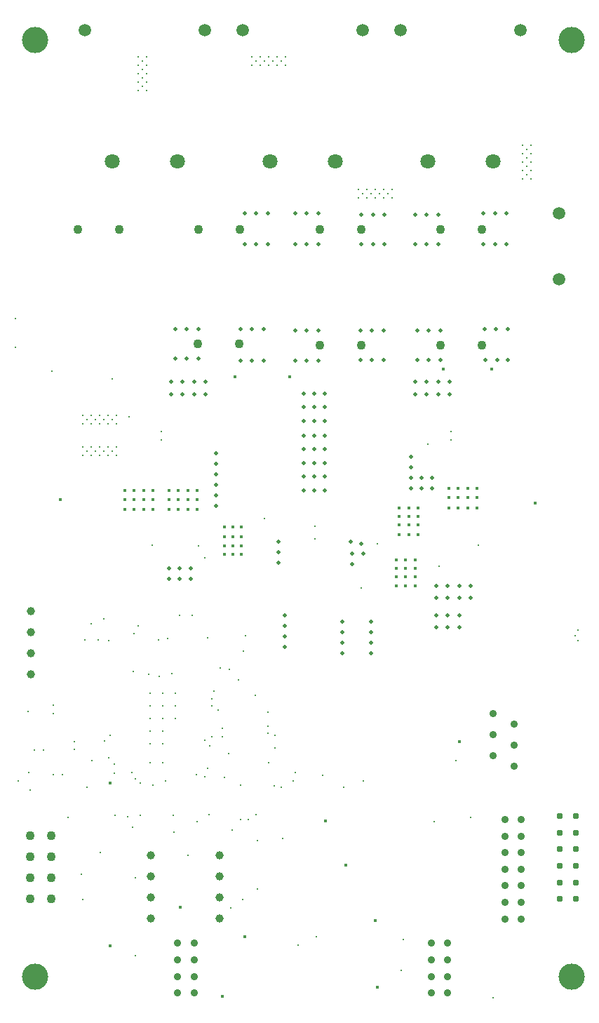
<source format=gbr>
%TF.GenerationSoftware,Altium Limited,Altium Designer,20.0.9 (164)*%
G04 Layer_Color=0*
%FSLAX26Y26*%
%MOIN*%
%TF.FileFunction,Plated,1,6,PTH,Drill*%
%TF.Part,Single*%
G01*
G75*
%TA.AperFunction,ComponentDrill*%
%ADD263C,0.059055*%
%ADD264C,0.015000*%
%ADD265C,0.035000*%
%ADD266C,0.070866*%
%ADD267C,0.043307*%
%ADD268C,0.043307*%
%ADD269C,0.125000*%
%ADD270C,0.031000*%
%ADD271C,0.039000*%
%TA.AperFunction,ViaDrill,NotFilled*%
%ADD272C,0.010000*%
%ADD273C,0.015000*%
%ADD274C,0.020000*%
D263*
X2663504Y3487520D02*
D03*
Y3802480D02*
D03*
X2480433Y4670000D02*
D03*
X1909567D02*
D03*
X1730433D02*
D03*
X1159567D02*
D03*
X980433D02*
D03*
X409567D02*
D03*
D264*
X1065000Y80000D02*
D03*
X1800000Y125000D02*
D03*
X530000Y1095000D02*
D03*
D265*
X850630Y96890D02*
D03*
Y175630D02*
D03*
Y254370D02*
D03*
Y333110D02*
D03*
X929370D02*
D03*
Y254370D02*
D03*
Y175630D02*
D03*
Y96890D02*
D03*
X2055630D02*
D03*
Y175630D02*
D03*
X2134370D02*
D03*
Y96890D02*
D03*
Y254370D02*
D03*
Y333110D02*
D03*
X2055630D02*
D03*
Y254370D02*
D03*
X2405630Y448779D02*
D03*
X2484370D02*
D03*
Y527520D02*
D03*
Y606260D02*
D03*
X2405630D02*
D03*
Y527520D02*
D03*
Y685000D02*
D03*
Y763740D02*
D03*
X2484370D02*
D03*
Y685000D02*
D03*
Y842480D02*
D03*
Y921221D02*
D03*
X2405630D02*
D03*
Y842480D02*
D03*
X2450000Y1175000D02*
D03*
Y1275000D02*
D03*
X2350000Y1325000D02*
D03*
Y1225000D02*
D03*
Y1425000D02*
D03*
X2450000Y1375000D02*
D03*
D266*
X2350512Y4047953D02*
D03*
X2039488D02*
D03*
X1600512D02*
D03*
X1289488D02*
D03*
X850512D02*
D03*
X539488D02*
D03*
D267*
X2298425Y3175000D02*
D03*
Y3725000D02*
D03*
X2101575D02*
D03*
Y3175000D02*
D03*
X1723425Y3725000D02*
D03*
X1526575D02*
D03*
Y3175000D02*
D03*
X1723425D02*
D03*
X1148425Y3725000D02*
D03*
X951575D02*
D03*
X946575Y3180000D02*
D03*
X1143425D02*
D03*
X573425Y3725000D02*
D03*
X376575D02*
D03*
D268*
X150000Y545000D02*
D03*
Y645000D02*
D03*
Y745000D02*
D03*
Y845000D02*
D03*
X250000D02*
D03*
Y745000D02*
D03*
Y645000D02*
D03*
Y545000D02*
D03*
D269*
X175000Y175000D02*
D03*
X2725000D02*
D03*
Y4625000D02*
D03*
X175000D02*
D03*
D270*
X2665630Y543150D02*
D03*
X2744370D02*
D03*
Y621890D02*
D03*
X2665630D02*
D03*
Y700630D02*
D03*
X2744370D02*
D03*
Y779370D02*
D03*
X2665630D02*
D03*
Y858110D02*
D03*
X2744370D02*
D03*
Y936850D02*
D03*
X2665630D02*
D03*
D271*
X725000Y450000D02*
D03*
X1050000D02*
D03*
Y550000D02*
D03*
Y650000D02*
D03*
Y750000D02*
D03*
X725000D02*
D03*
Y650000D02*
D03*
Y550000D02*
D03*
X155000Y1610000D02*
D03*
Y1710000D02*
D03*
Y1810000D02*
D03*
Y1910000D02*
D03*
D272*
X650000Y275000D02*
D03*
X1105000Y500000D02*
D03*
X1425000Y325000D02*
D03*
X1510000Y365000D02*
D03*
X1925000Y350000D02*
D03*
X1915000Y205000D02*
D03*
X2350000Y75000D02*
D03*
X2245000Y930000D02*
D03*
X2175000Y1200000D02*
D03*
X2755000Y1770000D02*
D03*
X2740000Y1795000D02*
D03*
X2755000Y1820000D02*
D03*
X2280000Y2225000D02*
D03*
X2150000Y2725000D02*
D03*
Y2765000D02*
D03*
X2040000Y2705000D02*
D03*
X1800000Y2230000D02*
D03*
X2095000Y2125000D02*
D03*
X1505000Y2255000D02*
D03*
Y2315000D02*
D03*
X1725000Y2020000D02*
D03*
X1265000Y2350000D02*
D03*
X950000Y2220000D02*
D03*
X980000Y2165000D02*
D03*
X920000Y1890000D02*
D03*
X995000Y1785000D02*
D03*
X1175000Y1795000D02*
D03*
X1165000Y1720000D02*
D03*
X1095500Y1634500D02*
D03*
X1052500Y1642500D02*
D03*
X1025000Y1530000D02*
D03*
X1015000Y1495000D02*
D03*
Y1460000D02*
D03*
X1045000Y1440000D02*
D03*
X1065000Y1355000D02*
D03*
X1280000Y1365000D02*
D03*
Y1430000D02*
D03*
X1220000Y1510000D02*
D03*
X1140000Y1585000D02*
D03*
X1065000Y1315000D02*
D03*
X1015000D02*
D03*
X982000Y1297000D02*
D03*
X1005000Y1270000D02*
D03*
X995000Y1165000D02*
D03*
X980000Y1125000D02*
D03*
X940000Y1135000D02*
D03*
X1075000Y1120000D02*
D03*
X1150000Y1085000D02*
D03*
X1310000Y1080000D02*
D03*
X1285000Y1190000D02*
D03*
X1315000Y1260000D02*
D03*
Y1320000D02*
D03*
X1280000Y1330000D02*
D03*
X1095000Y1235000D02*
D03*
X1000000Y945000D02*
D03*
X1225000D02*
D03*
X1187412Y920000D02*
D03*
X1150000D02*
D03*
X1110000Y870000D02*
D03*
X1230000Y820000D02*
D03*
Y590000D02*
D03*
X1160000Y540000D02*
D03*
X945000Y910000D02*
D03*
X1350000Y829252D02*
D03*
X2070000Y910000D02*
D03*
X1735000Y1105000D02*
D03*
X1640000Y1075000D02*
D03*
X1540000Y1130000D02*
D03*
X1410000Y1145000D02*
D03*
X1400000Y1105000D02*
D03*
X1345000Y1075000D02*
D03*
X805000Y1780000D02*
D03*
X860000Y1890000D02*
D03*
X665000Y1840000D02*
D03*
X645000Y1805000D02*
D03*
X500000Y1875000D02*
D03*
X525000Y1770000D02*
D03*
X760000Y1775000D02*
D03*
X765000Y1600000D02*
D03*
X715000Y1610000D02*
D03*
X640000Y1625000D02*
D03*
X720000Y1520000D02*
D03*
X780000D02*
D03*
X840000D02*
D03*
Y1460000D02*
D03*
Y1400000D02*
D03*
X780000D02*
D03*
X720000D02*
D03*
Y1460000D02*
D03*
X780000D02*
D03*
X825000Y1615000D02*
D03*
X780000Y1340000D02*
D03*
Y1280000D02*
D03*
X720000D02*
D03*
Y1340000D02*
D03*
Y1190000D02*
D03*
X780000D02*
D03*
X795000Y1105000D02*
D03*
X735000Y1085000D02*
D03*
X675000Y1095000D02*
D03*
X650000Y1115000D02*
D03*
X635000Y1145000D02*
D03*
X550000Y1140000D02*
D03*
Y1185000D02*
D03*
X525000Y1215000D02*
D03*
X505000Y1295000D02*
D03*
X530000Y1320000D02*
D03*
X555000Y940000D02*
D03*
X615000Y935000D02*
D03*
X675000Y940000D02*
D03*
X830000D02*
D03*
X835000Y860000D02*
D03*
X900000Y750000D02*
D03*
X650000Y645000D02*
D03*
X638453Y885748D02*
D03*
X485000Y765000D02*
D03*
X420000Y1075000D02*
D03*
X445000Y1200000D02*
D03*
X360000Y1255000D02*
D03*
Y1290000D02*
D03*
X215000Y1250000D02*
D03*
X170000D02*
D03*
X145000Y1145000D02*
D03*
X150000Y1060000D02*
D03*
X95000Y1105000D02*
D03*
X260000Y1135000D02*
D03*
X305000D02*
D03*
X330000Y930000D02*
D03*
X395000Y660000D02*
D03*
X400000Y540000D02*
D03*
X260000Y1425000D02*
D03*
Y1465000D02*
D03*
X142000Y1435000D02*
D03*
X410000Y1775000D02*
D03*
X475000D02*
D03*
X440000Y1850000D02*
D03*
X730000Y2225000D02*
D03*
X775000Y2725000D02*
D03*
Y2765000D02*
D03*
X620000Y2835000D02*
D03*
X560000Y2840000D02*
D03*
Y2800000D02*
D03*
X540000Y2820000D02*
D03*
X520000Y2800000D02*
D03*
X500000Y2820000D02*
D03*
X520000Y2840000D02*
D03*
X480000D02*
D03*
Y2800000D02*
D03*
Y2690000D02*
D03*
Y2650000D02*
D03*
X520000D02*
D03*
X500000Y2670000D02*
D03*
X520000Y2690000D02*
D03*
X540000Y2670000D02*
D03*
X560000Y2650000D02*
D03*
Y2690000D02*
D03*
X540000Y3015000D02*
D03*
X255000Y3050000D02*
D03*
X80000Y3165000D02*
D03*
Y3300000D02*
D03*
X400000Y2840000D02*
D03*
X440000D02*
D03*
X460000Y2820000D02*
D03*
X420000D02*
D03*
X440000Y2800000D02*
D03*
X400000D02*
D03*
Y2690000D02*
D03*
X440000D02*
D03*
X420000Y2670000D02*
D03*
X440000Y2650000D02*
D03*
X400000D02*
D03*
X460000Y2670000D02*
D03*
X1710000Y3875000D02*
D03*
X1750000D02*
D03*
X1790000D02*
D03*
X1830000D02*
D03*
X1870000D02*
D03*
X2490000Y3965000D02*
D03*
Y4005000D02*
D03*
X2510000Y3985000D02*
D03*
X2530000Y4005000D02*
D03*
Y3965000D02*
D03*
Y4045000D02*
D03*
X2510000Y4025000D02*
D03*
X2490000Y4045000D02*
D03*
X2510000Y4065000D02*
D03*
X2530000Y4085000D02*
D03*
X2490000D02*
D03*
X2510000Y4105000D02*
D03*
X2530000Y4125000D02*
D03*
X2490000D02*
D03*
X1870000Y3915000D02*
D03*
X1830000D02*
D03*
X1790000D02*
D03*
X1750000D02*
D03*
X1770000Y3895000D02*
D03*
X1810000D02*
D03*
X1850000D02*
D03*
X1365000Y4505000D02*
D03*
X1325000D02*
D03*
X1345000Y4525000D02*
D03*
X1325000Y4545000D02*
D03*
X1365000D02*
D03*
X1710000Y3915000D02*
D03*
X1730000Y3895000D02*
D03*
X1305000Y4525000D02*
D03*
X1285000Y4545000D02*
D03*
Y4505000D02*
D03*
X1265000Y4525000D02*
D03*
X1245000Y4545000D02*
D03*
Y4505000D02*
D03*
X1225000Y4525000D02*
D03*
X1205000Y4545000D02*
D03*
Y4505000D02*
D03*
X705000D02*
D03*
Y4545000D02*
D03*
X685000Y4525000D02*
D03*
X665000Y4505000D02*
D03*
Y4545000D02*
D03*
Y4465000D02*
D03*
X685000Y4485000D02*
D03*
X705000Y4465000D02*
D03*
X685000Y4445000D02*
D03*
X665000Y4425000D02*
D03*
X705000D02*
D03*
X685000Y4405000D02*
D03*
X665000Y4385000D02*
D03*
X705000D02*
D03*
D273*
X530000Y320000D02*
D03*
X865000Y505000D02*
D03*
X1170000Y365000D02*
D03*
X1651000Y703000D02*
D03*
X1555000Y915000D02*
D03*
X1790000Y440000D02*
D03*
X2190000Y1290000D02*
D03*
X1980000Y2030000D02*
D03*
X1935000D02*
D03*
X1890000D02*
D03*
Y2075000D02*
D03*
Y2115000D02*
D03*
Y2155000D02*
D03*
X1935000D02*
D03*
Y2115000D02*
D03*
Y2075000D02*
D03*
X1980000D02*
D03*
Y2115000D02*
D03*
Y2155000D02*
D03*
X2185000Y2400000D02*
D03*
X2230000D02*
D03*
X2275000D02*
D03*
Y2450000D02*
D03*
Y2495000D02*
D03*
X2230000D02*
D03*
Y2450000D02*
D03*
X2185000D02*
D03*
Y2495000D02*
D03*
X2550000Y2425000D02*
D03*
X2140000Y2400000D02*
D03*
Y2450000D02*
D03*
Y2495000D02*
D03*
X1995000Y2400000D02*
D03*
Y2360000D02*
D03*
Y2320000D02*
D03*
Y2275000D02*
D03*
X1950000D02*
D03*
X1905000D02*
D03*
Y2320000D02*
D03*
Y2360000D02*
D03*
Y2400000D02*
D03*
X1950000D02*
D03*
Y2360000D02*
D03*
Y2320000D02*
D03*
X1385000Y3025000D02*
D03*
X2115000Y3060000D02*
D03*
X2345000D02*
D03*
X1125000Y3025000D02*
D03*
X945000Y2485000D02*
D03*
Y2440000D02*
D03*
Y2395000D02*
D03*
X1075000Y2310000D02*
D03*
X1115000D02*
D03*
X1155000D02*
D03*
Y2265000D02*
D03*
X1115000D02*
D03*
X1075000D02*
D03*
Y2220000D02*
D03*
X1115000D02*
D03*
X1155000D02*
D03*
Y2180000D02*
D03*
X1115000D02*
D03*
X1075000D02*
D03*
X900000Y2395000D02*
D03*
X855000D02*
D03*
X810000D02*
D03*
Y2440000D02*
D03*
Y2485000D02*
D03*
X855000D02*
D03*
Y2440000D02*
D03*
X900000D02*
D03*
Y2485000D02*
D03*
X735000D02*
D03*
Y2440000D02*
D03*
Y2395000D02*
D03*
X690000D02*
D03*
X645000D02*
D03*
X600000D02*
D03*
Y2440000D02*
D03*
X645000D02*
D03*
X690000D02*
D03*
Y2485000D02*
D03*
X645000D02*
D03*
X600000D02*
D03*
X295000Y2440000D02*
D03*
D274*
X1360000Y1740000D02*
D03*
X1635000Y1760000D02*
D03*
Y1710000D02*
D03*
X1770000D02*
D03*
Y1760000D02*
D03*
X2190000Y1835000D02*
D03*
Y1890000D02*
D03*
Y1975000D02*
D03*
X2245000D02*
D03*
Y2030000D02*
D03*
X2190000D02*
D03*
X2060000Y2495000D02*
D03*
Y2545000D02*
D03*
X2010000D02*
D03*
Y2495000D02*
D03*
X1960000D02*
D03*
Y2545000D02*
D03*
Y2595000D02*
D03*
X2080000Y2030000D02*
D03*
Y1975000D02*
D03*
X2135000D02*
D03*
Y2030000D02*
D03*
Y1890000D02*
D03*
Y1835000D02*
D03*
X2080000D02*
D03*
Y1890000D02*
D03*
X1770000Y1860000D02*
D03*
Y1810000D02*
D03*
X1725000Y2230000D02*
D03*
X1675000Y2240000D02*
D03*
X1330000D02*
D03*
X1450000Y2485000D02*
D03*
X1500000D02*
D03*
X1550000D02*
D03*
Y2550000D02*
D03*
X1500000D02*
D03*
X1450000D02*
D03*
Y2615000D02*
D03*
X1500000D02*
D03*
X1550000D02*
D03*
X1680000Y2185000D02*
D03*
Y2135000D02*
D03*
X1735000Y2185000D02*
D03*
X1330000Y2190000D02*
D03*
Y2140000D02*
D03*
X1360000Y1890000D02*
D03*
Y1840000D02*
D03*
Y1790000D02*
D03*
X1635000Y1810000D02*
D03*
Y1860000D02*
D03*
X1035000Y2410000D02*
D03*
Y2460000D02*
D03*
Y2510000D02*
D03*
Y2560000D02*
D03*
Y2610000D02*
D03*
X915000Y2115000D02*
D03*
Y2065000D02*
D03*
X860000D02*
D03*
Y2115000D02*
D03*
X810000D02*
D03*
Y2065000D02*
D03*
X1450000Y2680000D02*
D03*
X1500000D02*
D03*
X1550000D02*
D03*
Y2745000D02*
D03*
X1500000D02*
D03*
X1450000D02*
D03*
Y2815000D02*
D03*
X1500000D02*
D03*
X1550000D02*
D03*
Y2880000D02*
D03*
X1500000D02*
D03*
X1450000D02*
D03*
Y2945000D02*
D03*
X1500000D02*
D03*
X1550000D02*
D03*
X1980000Y2940000D02*
D03*
X2035000D02*
D03*
X2090000D02*
D03*
X2145000D02*
D03*
Y3000000D02*
D03*
X2090000D02*
D03*
X2035000D02*
D03*
X1980000D02*
D03*
X1960000Y2645000D02*
D03*
X2315000Y3105000D02*
D03*
X2370000D02*
D03*
X2420000D02*
D03*
Y3250000D02*
D03*
X2365000D02*
D03*
X2310000D02*
D03*
X2305000Y3655000D02*
D03*
X2360000D02*
D03*
X2415000D02*
D03*
Y3800000D02*
D03*
X2360000D02*
D03*
X2305000D02*
D03*
X2090000Y3795000D02*
D03*
X2035000D02*
D03*
X1980000D02*
D03*
Y3655000D02*
D03*
X2035000D02*
D03*
X2090000D02*
D03*
X1835000D02*
D03*
X1780000D02*
D03*
Y3795000D02*
D03*
X1835000D02*
D03*
X1830000Y3245000D02*
D03*
X1775000D02*
D03*
Y3105000D02*
D03*
X1830000D02*
D03*
X1990000D02*
D03*
X2045000D02*
D03*
X2100000D02*
D03*
Y3245000D02*
D03*
X2045000D02*
D03*
X1990000D02*
D03*
X1725000Y3655000D02*
D03*
Y3795000D02*
D03*
X1520000Y3800000D02*
D03*
X1465000D02*
D03*
X1410000D02*
D03*
Y3655000D02*
D03*
X1465000D02*
D03*
X1520000D02*
D03*
Y3245000D02*
D03*
X1465000D02*
D03*
X1410000D02*
D03*
Y3100000D02*
D03*
X1465000D02*
D03*
X1520000D02*
D03*
X1720000Y3105000D02*
D03*
Y3245000D02*
D03*
X1280000Y3655000D02*
D03*
X1225000D02*
D03*
X1170000D02*
D03*
Y3800000D02*
D03*
X1225000D02*
D03*
X1280000D02*
D03*
X1260000Y3250000D02*
D03*
X1205000D02*
D03*
X1150000D02*
D03*
Y3100000D02*
D03*
X1205000D02*
D03*
X1260000D02*
D03*
X950000Y3110000D02*
D03*
Y3250000D02*
D03*
X930000Y3000000D02*
D03*
X985000D02*
D03*
Y2940000D02*
D03*
X930000D02*
D03*
X1035000Y2660000D02*
D03*
X895000Y3110000D02*
D03*
X840000D02*
D03*
Y3250000D02*
D03*
X895000D02*
D03*
X875000Y3000000D02*
D03*
X820000D02*
D03*
Y2940000D02*
D03*
X875000D02*
D03*
%TF.MD5,5b825ecb1e160d4b9179194d0bbb63eb*%
M02*

</source>
